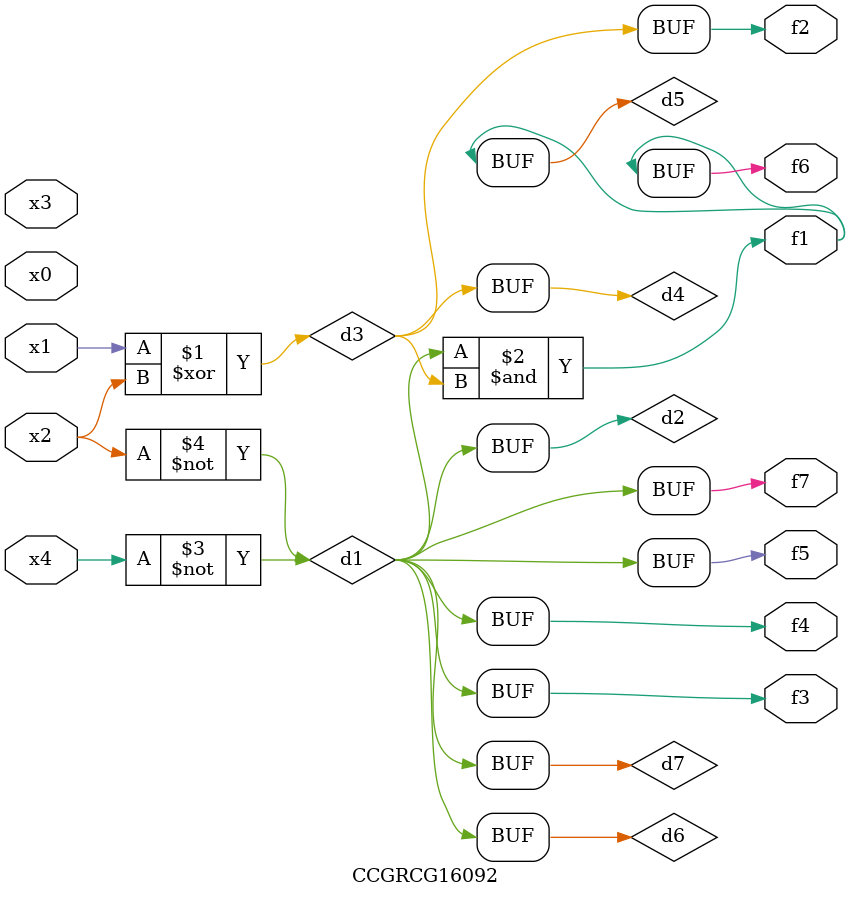
<source format=v>
module CCGRCG16092(
	input x0, x1, x2, x3, x4,
	output f1, f2, f3, f4, f5, f6, f7
);

	wire d1, d2, d3, d4, d5, d6, d7;

	not (d1, x4);
	not (d2, x2);
	xor (d3, x1, x2);
	buf (d4, d3);
	and (d5, d1, d3);
	buf (d6, d1, d2);
	buf (d7, d2);
	assign f1 = d5;
	assign f2 = d4;
	assign f3 = d7;
	assign f4 = d7;
	assign f5 = d7;
	assign f6 = d5;
	assign f7 = d7;
endmodule

</source>
